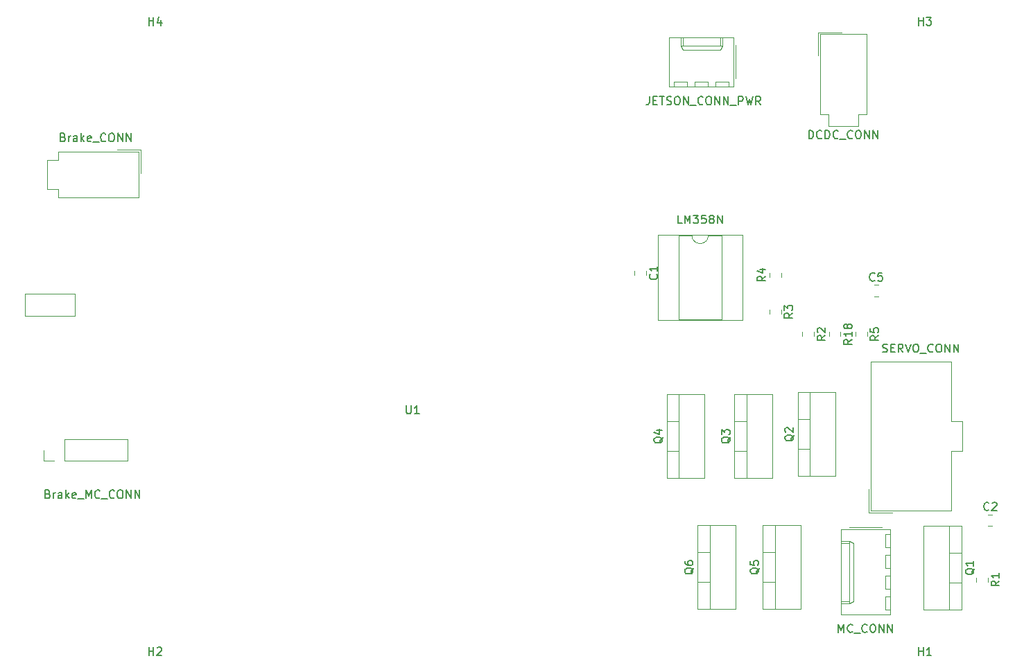
<source format=gbr>
G04 #@! TF.GenerationSoftware,KiCad,Pcbnew,(5.1.4)-1*
G04 #@! TF.CreationDate,2020-03-02T19:01:58-05:00*
G04 #@! TF.ProjectId,PCB_2020,5043425f-3230-4323-902e-6b696361645f,rev?*
G04 #@! TF.SameCoordinates,Original*
G04 #@! TF.FileFunction,Legend,Top*
G04 #@! TF.FilePolarity,Positive*
%FSLAX46Y46*%
G04 Gerber Fmt 4.6, Leading zero omitted, Abs format (unit mm)*
G04 Created by KiCad (PCBNEW (5.1.4)-1) date 2020-03-02 19:01:58*
%MOMM*%
%LPD*%
G04 APERTURE LIST*
%ADD10C,0.120000*%
%ADD11C,0.150000*%
G04 APERTURE END LIST*
D10*
X244290000Y-110238748D02*
X244290000Y-110761252D01*
X245710000Y-110238748D02*
X245710000Y-110761252D01*
X247540000Y-110238748D02*
X247540000Y-110761252D01*
X248960000Y-110238748D02*
X248960000Y-110761252D01*
X238460000Y-103511252D02*
X238460000Y-102988748D01*
X237040000Y-103511252D02*
X237040000Y-102988748D01*
X237040000Y-107488748D02*
X237040000Y-108011252D01*
X238460000Y-107488748D02*
X238460000Y-108011252D01*
X241040000Y-110238748D02*
X241040000Y-110761252D01*
X242460000Y-110238748D02*
X242460000Y-110761252D01*
X262290000Y-140238748D02*
X262290000Y-140761252D01*
X263710000Y-140238748D02*
X263710000Y-140761252D01*
X228230000Y-137109000D02*
X229740000Y-137109000D01*
X228230000Y-140810000D02*
X229740000Y-140810000D01*
X229740000Y-144080000D02*
X229740000Y-133840000D01*
X228230000Y-133840000D02*
X232871000Y-133840000D01*
X228230000Y-144080000D02*
X232871000Y-144080000D01*
X232871000Y-144080000D02*
X232871000Y-133840000D01*
X228230000Y-144080000D02*
X228230000Y-133840000D01*
X236230000Y-137109000D02*
X237740000Y-137109000D01*
X236230000Y-140810000D02*
X237740000Y-140810000D01*
X237740000Y-144080000D02*
X237740000Y-133840000D01*
X236230000Y-133840000D02*
X240871000Y-133840000D01*
X236230000Y-144080000D02*
X240871000Y-144080000D01*
X240871000Y-144080000D02*
X240871000Y-133840000D01*
X236230000Y-144080000D02*
X236230000Y-133840000D01*
X224480000Y-121109000D02*
X225990000Y-121109000D01*
X224480000Y-124810000D02*
X225990000Y-124810000D01*
X225990000Y-128080000D02*
X225990000Y-117840000D01*
X224480000Y-117840000D02*
X229121000Y-117840000D01*
X224480000Y-128080000D02*
X229121000Y-128080000D01*
X229121000Y-128080000D02*
X229121000Y-117840000D01*
X224480000Y-128080000D02*
X224480000Y-117840000D01*
X232730000Y-121109000D02*
X234240000Y-121109000D01*
X232730000Y-124810000D02*
X234240000Y-124810000D01*
X234240000Y-128080000D02*
X234240000Y-117840000D01*
X232730000Y-117840000D02*
X237371000Y-117840000D01*
X232730000Y-128080000D02*
X237371000Y-128080000D01*
X237371000Y-128080000D02*
X237371000Y-117840000D01*
X232730000Y-128080000D02*
X232730000Y-117840000D01*
X240480000Y-120859000D02*
X241990000Y-120859000D01*
X240480000Y-124560000D02*
X241990000Y-124560000D01*
X241990000Y-127830000D02*
X241990000Y-117590000D01*
X240480000Y-117590000D02*
X245121000Y-117590000D01*
X240480000Y-127830000D02*
X245121000Y-127830000D01*
X245121000Y-127830000D02*
X245121000Y-117590000D01*
X240480000Y-127830000D02*
X240480000Y-117590000D01*
X260520000Y-140891000D02*
X259010000Y-140891000D01*
X260520000Y-137190000D02*
X259010000Y-137190000D01*
X259010000Y-133920000D02*
X259010000Y-144160000D01*
X260520000Y-144160000D02*
X255879000Y-144160000D01*
X260520000Y-133920000D02*
X255879000Y-133920000D01*
X255879000Y-133920000D02*
X255879000Y-144160000D01*
X260520000Y-133920000D02*
X260520000Y-144160000D01*
X233700000Y-98360000D02*
X223420000Y-98360000D01*
X233700000Y-108760000D02*
X233700000Y-98360000D01*
X223420000Y-108760000D02*
X233700000Y-108760000D01*
X223420000Y-98360000D02*
X223420000Y-108760000D01*
X231210000Y-98420000D02*
X229560000Y-98420000D01*
X231210000Y-108700000D02*
X231210000Y-98420000D01*
X225910000Y-108700000D02*
X231210000Y-108700000D01*
X225910000Y-98420000D02*
X225910000Y-108700000D01*
X227560000Y-98420000D02*
X225910000Y-98420000D01*
X229560000Y-98420000D02*
G75*
G02X227560000Y-98420000I-1000000J0D01*
G01*
X160250000Y-87950000D02*
X157400000Y-87950000D01*
X160250000Y-90800000D02*
X160250000Y-87950000D01*
X148790000Y-92810000D02*
X148790000Y-91000000D01*
X150190000Y-92810000D02*
X148790000Y-92810000D01*
X150190000Y-93810000D02*
X150190000Y-92810000D01*
X160010000Y-93810000D02*
X150190000Y-93810000D01*
X160010000Y-91000000D02*
X160010000Y-93810000D01*
X148790000Y-89190000D02*
X148790000Y-91000000D01*
X150190000Y-89190000D02*
X148790000Y-89190000D01*
X150190000Y-88190000D02*
X150190000Y-89190000D01*
X160010000Y-88190000D02*
X150190000Y-88190000D01*
X160010000Y-91000000D02*
X160010000Y-88190000D01*
X158650000Y-125980000D02*
X158650000Y-123320000D01*
X150970000Y-125980000D02*
X158650000Y-125980000D01*
X150970000Y-123320000D02*
X158650000Y-123320000D01*
X150970000Y-125980000D02*
X150970000Y-123320000D01*
X149700000Y-125980000D02*
X148370000Y-125980000D01*
X148370000Y-125980000D02*
X148370000Y-124650000D01*
X146150000Y-108230000D02*
X152200000Y-108230000D01*
X152200000Y-108230000D02*
X152200000Y-105570000D01*
X146150000Y-105570000D02*
X152200000Y-105570000D01*
X146100000Y-105570000D02*
X146100000Y-108230000D01*
X251180000Y-144170000D02*
X251780000Y-144170000D01*
X251180000Y-142570000D02*
X251180000Y-144170000D01*
X251780000Y-142570000D02*
X251180000Y-142570000D01*
X251180000Y-141630000D02*
X251780000Y-141630000D01*
X251180000Y-140030000D02*
X251180000Y-141630000D01*
X251780000Y-140030000D02*
X251180000Y-140030000D01*
X251180000Y-139090000D02*
X251780000Y-139090000D01*
X251180000Y-137490000D02*
X251180000Y-139090000D01*
X251780000Y-137490000D02*
X251180000Y-137490000D01*
X251180000Y-136550000D02*
X251780000Y-136550000D01*
X251180000Y-134950000D02*
X251180000Y-136550000D01*
X251780000Y-134950000D02*
X251180000Y-134950000D01*
X245760000Y-143120000D02*
X246760000Y-143120000D01*
X245760000Y-136000000D02*
X246760000Y-136000000D01*
X247290000Y-143120000D02*
X246760000Y-143370000D01*
X247290000Y-136000000D02*
X247290000Y-143120000D01*
X246760000Y-135750000D02*
X247290000Y-136000000D01*
X246760000Y-143370000D02*
X245760000Y-143370000D01*
X246760000Y-135750000D02*
X246760000Y-143370000D01*
X245760000Y-135750000D02*
X246760000Y-135750000D01*
X250750000Y-134080000D02*
X246750000Y-134080000D01*
X251780000Y-144750000D02*
X251780000Y-134370000D01*
X245760000Y-144750000D02*
X251780000Y-144750000D01*
X245760000Y-134370000D02*
X245760000Y-144750000D01*
X251780000Y-134370000D02*
X245760000Y-134370000D01*
X225370000Y-79630000D02*
X225370000Y-80230000D01*
X226970000Y-79630000D02*
X225370000Y-79630000D01*
X226970000Y-80230000D02*
X226970000Y-79630000D01*
X227910000Y-79630000D02*
X227910000Y-80230000D01*
X229510000Y-79630000D02*
X227910000Y-79630000D01*
X229510000Y-80230000D02*
X229510000Y-79630000D01*
X230450000Y-79630000D02*
X230450000Y-80230000D01*
X232050000Y-79630000D02*
X230450000Y-79630000D01*
X232050000Y-80230000D02*
X232050000Y-79630000D01*
X226420000Y-74210000D02*
X226420000Y-75210000D01*
X231000000Y-74210000D02*
X231000000Y-75210000D01*
X226420000Y-75740000D02*
X226170000Y-75210000D01*
X231000000Y-75740000D02*
X226420000Y-75740000D01*
X231250000Y-75210000D02*
X231000000Y-75740000D01*
X226170000Y-75210000D02*
X226170000Y-74210000D01*
X231250000Y-75210000D02*
X226170000Y-75210000D01*
X231250000Y-74210000D02*
X231250000Y-75210000D01*
X232920000Y-79200000D02*
X232920000Y-75200000D01*
X224790000Y-80230000D02*
X232630000Y-80230000D01*
X224790000Y-74210000D02*
X224790000Y-80230000D01*
X232630000Y-74210000D02*
X224790000Y-74210000D01*
X232630000Y-80230000D02*
X232630000Y-74210000D01*
X243000000Y-73600000D02*
X243000000Y-76450000D01*
X245850000Y-73600000D02*
X243000000Y-73600000D01*
X247860000Y-85060000D02*
X246050000Y-85060000D01*
X247860000Y-83660000D02*
X247860000Y-85060000D01*
X248860000Y-83660000D02*
X247860000Y-83660000D01*
X248860000Y-73840000D02*
X248860000Y-83660000D01*
X246050000Y-73840000D02*
X248860000Y-73840000D01*
X244240000Y-85060000D02*
X246050000Y-85060000D01*
X244240000Y-83660000D02*
X244240000Y-85060000D01*
X243240000Y-83660000D02*
X244240000Y-83660000D01*
X243240000Y-73840000D02*
X243240000Y-83660000D01*
X246050000Y-73840000D02*
X243240000Y-73840000D01*
X249150000Y-132300000D02*
X252000000Y-132300000D01*
X249150000Y-129450000D02*
X249150000Y-132300000D01*
X260610000Y-121140000D02*
X260610000Y-122950000D01*
X259210000Y-121140000D02*
X260610000Y-121140000D01*
X259210000Y-113840000D02*
X259210000Y-121140000D01*
X249390000Y-113840000D02*
X259210000Y-113840000D01*
X249390000Y-122950000D02*
X249390000Y-113840000D01*
X260610000Y-124760000D02*
X260610000Y-122950000D01*
X259210000Y-124760000D02*
X260610000Y-124760000D01*
X259210000Y-132060000D02*
X259210000Y-124760000D01*
X249390000Y-132060000D02*
X259210000Y-132060000D01*
X249390000Y-122950000D02*
X249390000Y-132060000D01*
X249788748Y-105910000D02*
X250311252Y-105910000D01*
X249788748Y-104490000D02*
X250311252Y-104490000D01*
X263738748Y-133960000D02*
X264261252Y-133960000D01*
X263738748Y-132540000D02*
X264261252Y-132540000D01*
X220540000Y-102738748D02*
X220540000Y-103261252D01*
X221960000Y-102738748D02*
X221960000Y-103261252D01*
D11*
X192698095Y-119212380D02*
X192698095Y-120021904D01*
X192745714Y-120117142D01*
X192793333Y-120164761D01*
X192888571Y-120212380D01*
X193079047Y-120212380D01*
X193174285Y-120164761D01*
X193221904Y-120117142D01*
X193269523Y-120021904D01*
X193269523Y-119212380D01*
X194269523Y-120212380D02*
X193698095Y-120212380D01*
X193983809Y-120212380D02*
X193983809Y-119212380D01*
X193888571Y-119355238D01*
X193793333Y-119450476D01*
X193698095Y-119498095D01*
X247102380Y-111142857D02*
X246626190Y-111476190D01*
X247102380Y-111714285D02*
X246102380Y-111714285D01*
X246102380Y-111333333D01*
X246150000Y-111238095D01*
X246197619Y-111190476D01*
X246292857Y-111142857D01*
X246435714Y-111142857D01*
X246530952Y-111190476D01*
X246578571Y-111238095D01*
X246626190Y-111333333D01*
X246626190Y-111714285D01*
X247102380Y-110190476D02*
X247102380Y-110761904D01*
X247102380Y-110476190D02*
X246102380Y-110476190D01*
X246245238Y-110571428D01*
X246340476Y-110666666D01*
X246388095Y-110761904D01*
X246530952Y-109619047D02*
X246483333Y-109714285D01*
X246435714Y-109761904D01*
X246340476Y-109809523D01*
X246292857Y-109809523D01*
X246197619Y-109761904D01*
X246150000Y-109714285D01*
X246102380Y-109619047D01*
X246102380Y-109428571D01*
X246150000Y-109333333D01*
X246197619Y-109285714D01*
X246292857Y-109238095D01*
X246340476Y-109238095D01*
X246435714Y-109285714D01*
X246483333Y-109333333D01*
X246530952Y-109428571D01*
X246530952Y-109619047D01*
X246578571Y-109714285D01*
X246626190Y-109761904D01*
X246721428Y-109809523D01*
X246911904Y-109809523D01*
X247007142Y-109761904D01*
X247054761Y-109714285D01*
X247102380Y-109619047D01*
X247102380Y-109428571D01*
X247054761Y-109333333D01*
X247007142Y-109285714D01*
X246911904Y-109238095D01*
X246721428Y-109238095D01*
X246626190Y-109285714D01*
X246578571Y-109333333D01*
X246530952Y-109428571D01*
X250352380Y-110666666D02*
X249876190Y-111000000D01*
X250352380Y-111238095D02*
X249352380Y-111238095D01*
X249352380Y-110857142D01*
X249400000Y-110761904D01*
X249447619Y-110714285D01*
X249542857Y-110666666D01*
X249685714Y-110666666D01*
X249780952Y-110714285D01*
X249828571Y-110761904D01*
X249876190Y-110857142D01*
X249876190Y-111238095D01*
X249352380Y-109761904D02*
X249352380Y-110238095D01*
X249828571Y-110285714D01*
X249780952Y-110238095D01*
X249733333Y-110142857D01*
X249733333Y-109904761D01*
X249780952Y-109809523D01*
X249828571Y-109761904D01*
X249923809Y-109714285D01*
X250161904Y-109714285D01*
X250257142Y-109761904D01*
X250304761Y-109809523D01*
X250352380Y-109904761D01*
X250352380Y-110142857D01*
X250304761Y-110238095D01*
X250257142Y-110285714D01*
X236552380Y-103416666D02*
X236076190Y-103750000D01*
X236552380Y-103988095D02*
X235552380Y-103988095D01*
X235552380Y-103607142D01*
X235600000Y-103511904D01*
X235647619Y-103464285D01*
X235742857Y-103416666D01*
X235885714Y-103416666D01*
X235980952Y-103464285D01*
X236028571Y-103511904D01*
X236076190Y-103607142D01*
X236076190Y-103988095D01*
X235885714Y-102559523D02*
X236552380Y-102559523D01*
X235504761Y-102797619D02*
X236219047Y-103035714D01*
X236219047Y-102416666D01*
X239852380Y-107916666D02*
X239376190Y-108250000D01*
X239852380Y-108488095D02*
X238852380Y-108488095D01*
X238852380Y-108107142D01*
X238900000Y-108011904D01*
X238947619Y-107964285D01*
X239042857Y-107916666D01*
X239185714Y-107916666D01*
X239280952Y-107964285D01*
X239328571Y-108011904D01*
X239376190Y-108107142D01*
X239376190Y-108488095D01*
X238852380Y-107583333D02*
X238852380Y-106964285D01*
X239233333Y-107297619D01*
X239233333Y-107154761D01*
X239280952Y-107059523D01*
X239328571Y-107011904D01*
X239423809Y-106964285D01*
X239661904Y-106964285D01*
X239757142Y-107011904D01*
X239804761Y-107059523D01*
X239852380Y-107154761D01*
X239852380Y-107440476D01*
X239804761Y-107535714D01*
X239757142Y-107583333D01*
X243852380Y-110666666D02*
X243376190Y-111000000D01*
X243852380Y-111238095D02*
X242852380Y-111238095D01*
X242852380Y-110857142D01*
X242900000Y-110761904D01*
X242947619Y-110714285D01*
X243042857Y-110666666D01*
X243185714Y-110666666D01*
X243280952Y-110714285D01*
X243328571Y-110761904D01*
X243376190Y-110857142D01*
X243376190Y-111238095D01*
X242947619Y-110285714D02*
X242900000Y-110238095D01*
X242852380Y-110142857D01*
X242852380Y-109904761D01*
X242900000Y-109809523D01*
X242947619Y-109761904D01*
X243042857Y-109714285D01*
X243138095Y-109714285D01*
X243280952Y-109761904D01*
X243852380Y-110333333D01*
X243852380Y-109714285D01*
X265102380Y-140666666D02*
X264626190Y-141000000D01*
X265102380Y-141238095D02*
X264102380Y-141238095D01*
X264102380Y-140857142D01*
X264150000Y-140761904D01*
X264197619Y-140714285D01*
X264292857Y-140666666D01*
X264435714Y-140666666D01*
X264530952Y-140714285D01*
X264578571Y-140761904D01*
X264626190Y-140857142D01*
X264626190Y-141238095D01*
X265102380Y-139714285D02*
X265102380Y-140285714D01*
X265102380Y-140000000D02*
X264102380Y-140000000D01*
X264245238Y-140095238D01*
X264340476Y-140190476D01*
X264388095Y-140285714D01*
X227777619Y-139055238D02*
X227730000Y-139150476D01*
X227634761Y-139245714D01*
X227491904Y-139388571D01*
X227444285Y-139483809D01*
X227444285Y-139579047D01*
X227682380Y-139531428D02*
X227634761Y-139626666D01*
X227539523Y-139721904D01*
X227349047Y-139769523D01*
X227015714Y-139769523D01*
X226825238Y-139721904D01*
X226730000Y-139626666D01*
X226682380Y-139531428D01*
X226682380Y-139340952D01*
X226730000Y-139245714D01*
X226825238Y-139150476D01*
X227015714Y-139102857D01*
X227349047Y-139102857D01*
X227539523Y-139150476D01*
X227634761Y-139245714D01*
X227682380Y-139340952D01*
X227682380Y-139531428D01*
X226682380Y-138245714D02*
X226682380Y-138436190D01*
X226730000Y-138531428D01*
X226777619Y-138579047D01*
X226920476Y-138674285D01*
X227110952Y-138721904D01*
X227491904Y-138721904D01*
X227587142Y-138674285D01*
X227634761Y-138626666D01*
X227682380Y-138531428D01*
X227682380Y-138340952D01*
X227634761Y-138245714D01*
X227587142Y-138198095D01*
X227491904Y-138150476D01*
X227253809Y-138150476D01*
X227158571Y-138198095D01*
X227110952Y-138245714D01*
X227063333Y-138340952D01*
X227063333Y-138531428D01*
X227110952Y-138626666D01*
X227158571Y-138674285D01*
X227253809Y-138721904D01*
X235777619Y-139055238D02*
X235730000Y-139150476D01*
X235634761Y-139245714D01*
X235491904Y-139388571D01*
X235444285Y-139483809D01*
X235444285Y-139579047D01*
X235682380Y-139531428D02*
X235634761Y-139626666D01*
X235539523Y-139721904D01*
X235349047Y-139769523D01*
X235015714Y-139769523D01*
X234825238Y-139721904D01*
X234730000Y-139626666D01*
X234682380Y-139531428D01*
X234682380Y-139340952D01*
X234730000Y-139245714D01*
X234825238Y-139150476D01*
X235015714Y-139102857D01*
X235349047Y-139102857D01*
X235539523Y-139150476D01*
X235634761Y-139245714D01*
X235682380Y-139340952D01*
X235682380Y-139531428D01*
X234682380Y-138198095D02*
X234682380Y-138674285D01*
X235158571Y-138721904D01*
X235110952Y-138674285D01*
X235063333Y-138579047D01*
X235063333Y-138340952D01*
X235110952Y-138245714D01*
X235158571Y-138198095D01*
X235253809Y-138150476D01*
X235491904Y-138150476D01*
X235587142Y-138198095D01*
X235634761Y-138245714D01*
X235682380Y-138340952D01*
X235682380Y-138579047D01*
X235634761Y-138674285D01*
X235587142Y-138721904D01*
X224027619Y-123055238D02*
X223980000Y-123150476D01*
X223884761Y-123245714D01*
X223741904Y-123388571D01*
X223694285Y-123483809D01*
X223694285Y-123579047D01*
X223932380Y-123531428D02*
X223884761Y-123626666D01*
X223789523Y-123721904D01*
X223599047Y-123769523D01*
X223265714Y-123769523D01*
X223075238Y-123721904D01*
X222980000Y-123626666D01*
X222932380Y-123531428D01*
X222932380Y-123340952D01*
X222980000Y-123245714D01*
X223075238Y-123150476D01*
X223265714Y-123102857D01*
X223599047Y-123102857D01*
X223789523Y-123150476D01*
X223884761Y-123245714D01*
X223932380Y-123340952D01*
X223932380Y-123531428D01*
X223265714Y-122245714D02*
X223932380Y-122245714D01*
X222884761Y-122483809D02*
X223599047Y-122721904D01*
X223599047Y-122102857D01*
X232277619Y-123055238D02*
X232230000Y-123150476D01*
X232134761Y-123245714D01*
X231991904Y-123388571D01*
X231944285Y-123483809D01*
X231944285Y-123579047D01*
X232182380Y-123531428D02*
X232134761Y-123626666D01*
X232039523Y-123721904D01*
X231849047Y-123769523D01*
X231515714Y-123769523D01*
X231325238Y-123721904D01*
X231230000Y-123626666D01*
X231182380Y-123531428D01*
X231182380Y-123340952D01*
X231230000Y-123245714D01*
X231325238Y-123150476D01*
X231515714Y-123102857D01*
X231849047Y-123102857D01*
X232039523Y-123150476D01*
X232134761Y-123245714D01*
X232182380Y-123340952D01*
X232182380Y-123531428D01*
X231182380Y-122769523D02*
X231182380Y-122150476D01*
X231563333Y-122483809D01*
X231563333Y-122340952D01*
X231610952Y-122245714D01*
X231658571Y-122198095D01*
X231753809Y-122150476D01*
X231991904Y-122150476D01*
X232087142Y-122198095D01*
X232134761Y-122245714D01*
X232182380Y-122340952D01*
X232182380Y-122626666D01*
X232134761Y-122721904D01*
X232087142Y-122769523D01*
X240027619Y-122805238D02*
X239980000Y-122900476D01*
X239884761Y-122995714D01*
X239741904Y-123138571D01*
X239694285Y-123233809D01*
X239694285Y-123329047D01*
X239932380Y-123281428D02*
X239884761Y-123376666D01*
X239789523Y-123471904D01*
X239599047Y-123519523D01*
X239265714Y-123519523D01*
X239075238Y-123471904D01*
X238980000Y-123376666D01*
X238932380Y-123281428D01*
X238932380Y-123090952D01*
X238980000Y-122995714D01*
X239075238Y-122900476D01*
X239265714Y-122852857D01*
X239599047Y-122852857D01*
X239789523Y-122900476D01*
X239884761Y-122995714D01*
X239932380Y-123090952D01*
X239932380Y-123281428D01*
X239027619Y-122471904D02*
X238980000Y-122424285D01*
X238932380Y-122329047D01*
X238932380Y-122090952D01*
X238980000Y-121995714D01*
X239027619Y-121948095D01*
X239122857Y-121900476D01*
X239218095Y-121900476D01*
X239360952Y-121948095D01*
X239932380Y-122519523D01*
X239932380Y-121900476D01*
X262067619Y-139135238D02*
X262020000Y-139230476D01*
X261924761Y-139325714D01*
X261781904Y-139468571D01*
X261734285Y-139563809D01*
X261734285Y-139659047D01*
X261972380Y-139611428D02*
X261924761Y-139706666D01*
X261829523Y-139801904D01*
X261639047Y-139849523D01*
X261305714Y-139849523D01*
X261115238Y-139801904D01*
X261020000Y-139706666D01*
X260972380Y-139611428D01*
X260972380Y-139420952D01*
X261020000Y-139325714D01*
X261115238Y-139230476D01*
X261305714Y-139182857D01*
X261639047Y-139182857D01*
X261829523Y-139230476D01*
X261924761Y-139325714D01*
X261972380Y-139420952D01*
X261972380Y-139611428D01*
X261972380Y-138230476D02*
X261972380Y-138801904D01*
X261972380Y-138516190D02*
X260972380Y-138516190D01*
X261115238Y-138611428D01*
X261210476Y-138706666D01*
X261258095Y-138801904D01*
X226345714Y-96952380D02*
X225869523Y-96952380D01*
X225869523Y-95952380D01*
X226679047Y-96952380D02*
X226679047Y-95952380D01*
X227012380Y-96666666D01*
X227345714Y-95952380D01*
X227345714Y-96952380D01*
X227726666Y-95952380D02*
X228345714Y-95952380D01*
X228012380Y-96333333D01*
X228155238Y-96333333D01*
X228250476Y-96380952D01*
X228298095Y-96428571D01*
X228345714Y-96523809D01*
X228345714Y-96761904D01*
X228298095Y-96857142D01*
X228250476Y-96904761D01*
X228155238Y-96952380D01*
X227869523Y-96952380D01*
X227774285Y-96904761D01*
X227726666Y-96857142D01*
X229250476Y-95952380D02*
X228774285Y-95952380D01*
X228726666Y-96428571D01*
X228774285Y-96380952D01*
X228869523Y-96333333D01*
X229107619Y-96333333D01*
X229202857Y-96380952D01*
X229250476Y-96428571D01*
X229298095Y-96523809D01*
X229298095Y-96761904D01*
X229250476Y-96857142D01*
X229202857Y-96904761D01*
X229107619Y-96952380D01*
X228869523Y-96952380D01*
X228774285Y-96904761D01*
X228726666Y-96857142D01*
X229869523Y-96380952D02*
X229774285Y-96333333D01*
X229726666Y-96285714D01*
X229679047Y-96190476D01*
X229679047Y-96142857D01*
X229726666Y-96047619D01*
X229774285Y-96000000D01*
X229869523Y-95952380D01*
X230060000Y-95952380D01*
X230155238Y-96000000D01*
X230202857Y-96047619D01*
X230250476Y-96142857D01*
X230250476Y-96190476D01*
X230202857Y-96285714D01*
X230155238Y-96333333D01*
X230060000Y-96380952D01*
X229869523Y-96380952D01*
X229774285Y-96428571D01*
X229726666Y-96476190D01*
X229679047Y-96571428D01*
X229679047Y-96761904D01*
X229726666Y-96857142D01*
X229774285Y-96904761D01*
X229869523Y-96952380D01*
X230060000Y-96952380D01*
X230155238Y-96904761D01*
X230202857Y-96857142D01*
X230250476Y-96761904D01*
X230250476Y-96571428D01*
X230202857Y-96476190D01*
X230155238Y-96428571D01*
X230060000Y-96380952D01*
X230679047Y-96952380D02*
X230679047Y-95952380D01*
X231250476Y-96952380D01*
X231250476Y-95952380D01*
X161238095Y-72752380D02*
X161238095Y-71752380D01*
X161238095Y-72228571D02*
X161809523Y-72228571D01*
X161809523Y-72752380D02*
X161809523Y-71752380D01*
X162714285Y-72085714D02*
X162714285Y-72752380D01*
X162476190Y-71704761D02*
X162238095Y-72419047D01*
X162857142Y-72419047D01*
X255238095Y-72752380D02*
X255238095Y-71752380D01*
X255238095Y-72228571D02*
X255809523Y-72228571D01*
X255809523Y-72752380D02*
X255809523Y-71752380D01*
X256190476Y-71752380D02*
X256809523Y-71752380D01*
X256476190Y-72133333D01*
X256619047Y-72133333D01*
X256714285Y-72180952D01*
X256761904Y-72228571D01*
X256809523Y-72323809D01*
X256809523Y-72561904D01*
X256761904Y-72657142D01*
X256714285Y-72704761D01*
X256619047Y-72752380D01*
X256333333Y-72752380D01*
X256238095Y-72704761D01*
X256190476Y-72657142D01*
X161238095Y-149752380D02*
X161238095Y-148752380D01*
X161238095Y-149228571D02*
X161809523Y-149228571D01*
X161809523Y-149752380D02*
X161809523Y-148752380D01*
X162238095Y-148847619D02*
X162285714Y-148800000D01*
X162380952Y-148752380D01*
X162619047Y-148752380D01*
X162714285Y-148800000D01*
X162761904Y-148847619D01*
X162809523Y-148942857D01*
X162809523Y-149038095D01*
X162761904Y-149180952D01*
X162190476Y-149752380D01*
X162809523Y-149752380D01*
X255238095Y-149752380D02*
X255238095Y-148752380D01*
X255238095Y-149228571D02*
X255809523Y-149228571D01*
X255809523Y-149752380D02*
X255809523Y-148752380D01*
X256809523Y-149752380D02*
X256238095Y-149752380D01*
X256523809Y-149752380D02*
X256523809Y-148752380D01*
X256428571Y-148895238D01*
X256333333Y-148990476D01*
X256238095Y-149038095D01*
X150773809Y-86428571D02*
X150916666Y-86476190D01*
X150964285Y-86523809D01*
X151011904Y-86619047D01*
X151011904Y-86761904D01*
X150964285Y-86857142D01*
X150916666Y-86904761D01*
X150821428Y-86952380D01*
X150440476Y-86952380D01*
X150440476Y-85952380D01*
X150773809Y-85952380D01*
X150869047Y-86000000D01*
X150916666Y-86047619D01*
X150964285Y-86142857D01*
X150964285Y-86238095D01*
X150916666Y-86333333D01*
X150869047Y-86380952D01*
X150773809Y-86428571D01*
X150440476Y-86428571D01*
X151440476Y-86952380D02*
X151440476Y-86285714D01*
X151440476Y-86476190D02*
X151488095Y-86380952D01*
X151535714Y-86333333D01*
X151630952Y-86285714D01*
X151726190Y-86285714D01*
X152488095Y-86952380D02*
X152488095Y-86428571D01*
X152440476Y-86333333D01*
X152345238Y-86285714D01*
X152154761Y-86285714D01*
X152059523Y-86333333D01*
X152488095Y-86904761D02*
X152392857Y-86952380D01*
X152154761Y-86952380D01*
X152059523Y-86904761D01*
X152011904Y-86809523D01*
X152011904Y-86714285D01*
X152059523Y-86619047D01*
X152154761Y-86571428D01*
X152392857Y-86571428D01*
X152488095Y-86523809D01*
X152964285Y-86952380D02*
X152964285Y-85952380D01*
X153059523Y-86571428D02*
X153345238Y-86952380D01*
X153345238Y-86285714D02*
X152964285Y-86666666D01*
X154154761Y-86904761D02*
X154059523Y-86952380D01*
X153869047Y-86952380D01*
X153773809Y-86904761D01*
X153726190Y-86809523D01*
X153726190Y-86428571D01*
X153773809Y-86333333D01*
X153869047Y-86285714D01*
X154059523Y-86285714D01*
X154154761Y-86333333D01*
X154202380Y-86428571D01*
X154202380Y-86523809D01*
X153726190Y-86619047D01*
X154392857Y-87047619D02*
X155154761Y-87047619D01*
X155964285Y-86857142D02*
X155916666Y-86904761D01*
X155773809Y-86952380D01*
X155678571Y-86952380D01*
X155535714Y-86904761D01*
X155440476Y-86809523D01*
X155392857Y-86714285D01*
X155345238Y-86523809D01*
X155345238Y-86380952D01*
X155392857Y-86190476D01*
X155440476Y-86095238D01*
X155535714Y-86000000D01*
X155678571Y-85952380D01*
X155773809Y-85952380D01*
X155916666Y-86000000D01*
X155964285Y-86047619D01*
X156583333Y-85952380D02*
X156773809Y-85952380D01*
X156869047Y-86000000D01*
X156964285Y-86095238D01*
X157011904Y-86285714D01*
X157011904Y-86619047D01*
X156964285Y-86809523D01*
X156869047Y-86904761D01*
X156773809Y-86952380D01*
X156583333Y-86952380D01*
X156488095Y-86904761D01*
X156392857Y-86809523D01*
X156345238Y-86619047D01*
X156345238Y-86285714D01*
X156392857Y-86095238D01*
X156488095Y-86000000D01*
X156583333Y-85952380D01*
X157440476Y-86952380D02*
X157440476Y-85952380D01*
X158011904Y-86952380D01*
X158011904Y-85952380D01*
X158488095Y-86952380D02*
X158488095Y-85952380D01*
X159059523Y-86952380D01*
X159059523Y-85952380D01*
X148921428Y-130028571D02*
X149064285Y-130076190D01*
X149111904Y-130123809D01*
X149159523Y-130219047D01*
X149159523Y-130361904D01*
X149111904Y-130457142D01*
X149064285Y-130504761D01*
X148969047Y-130552380D01*
X148588095Y-130552380D01*
X148588095Y-129552380D01*
X148921428Y-129552380D01*
X149016666Y-129600000D01*
X149064285Y-129647619D01*
X149111904Y-129742857D01*
X149111904Y-129838095D01*
X149064285Y-129933333D01*
X149016666Y-129980952D01*
X148921428Y-130028571D01*
X148588095Y-130028571D01*
X149588095Y-130552380D02*
X149588095Y-129885714D01*
X149588095Y-130076190D02*
X149635714Y-129980952D01*
X149683333Y-129933333D01*
X149778571Y-129885714D01*
X149873809Y-129885714D01*
X150635714Y-130552380D02*
X150635714Y-130028571D01*
X150588095Y-129933333D01*
X150492857Y-129885714D01*
X150302380Y-129885714D01*
X150207142Y-129933333D01*
X150635714Y-130504761D02*
X150540476Y-130552380D01*
X150302380Y-130552380D01*
X150207142Y-130504761D01*
X150159523Y-130409523D01*
X150159523Y-130314285D01*
X150207142Y-130219047D01*
X150302380Y-130171428D01*
X150540476Y-130171428D01*
X150635714Y-130123809D01*
X151111904Y-130552380D02*
X151111904Y-129552380D01*
X151207142Y-130171428D02*
X151492857Y-130552380D01*
X151492857Y-129885714D02*
X151111904Y-130266666D01*
X152302380Y-130504761D02*
X152207142Y-130552380D01*
X152016666Y-130552380D01*
X151921428Y-130504761D01*
X151873809Y-130409523D01*
X151873809Y-130028571D01*
X151921428Y-129933333D01*
X152016666Y-129885714D01*
X152207142Y-129885714D01*
X152302380Y-129933333D01*
X152350000Y-130028571D01*
X152350000Y-130123809D01*
X151873809Y-130219047D01*
X152540476Y-130647619D02*
X153302380Y-130647619D01*
X153540476Y-130552380D02*
X153540476Y-129552380D01*
X153873809Y-130266666D01*
X154207142Y-129552380D01*
X154207142Y-130552380D01*
X155254761Y-130457142D02*
X155207142Y-130504761D01*
X155064285Y-130552380D01*
X154969047Y-130552380D01*
X154826190Y-130504761D01*
X154730952Y-130409523D01*
X154683333Y-130314285D01*
X154635714Y-130123809D01*
X154635714Y-129980952D01*
X154683333Y-129790476D01*
X154730952Y-129695238D01*
X154826190Y-129600000D01*
X154969047Y-129552380D01*
X155064285Y-129552380D01*
X155207142Y-129600000D01*
X155254761Y-129647619D01*
X155445238Y-130647619D02*
X156207142Y-130647619D01*
X157016666Y-130457142D02*
X156969047Y-130504761D01*
X156826190Y-130552380D01*
X156730952Y-130552380D01*
X156588095Y-130504761D01*
X156492857Y-130409523D01*
X156445238Y-130314285D01*
X156397619Y-130123809D01*
X156397619Y-129980952D01*
X156445238Y-129790476D01*
X156492857Y-129695238D01*
X156588095Y-129600000D01*
X156730952Y-129552380D01*
X156826190Y-129552380D01*
X156969047Y-129600000D01*
X157016666Y-129647619D01*
X157635714Y-129552380D02*
X157826190Y-129552380D01*
X157921428Y-129600000D01*
X158016666Y-129695238D01*
X158064285Y-129885714D01*
X158064285Y-130219047D01*
X158016666Y-130409523D01*
X157921428Y-130504761D01*
X157826190Y-130552380D01*
X157635714Y-130552380D01*
X157540476Y-130504761D01*
X157445238Y-130409523D01*
X157397619Y-130219047D01*
X157397619Y-129885714D01*
X157445238Y-129695238D01*
X157540476Y-129600000D01*
X157635714Y-129552380D01*
X158492857Y-130552380D02*
X158492857Y-129552380D01*
X159064285Y-130552380D01*
X159064285Y-129552380D01*
X159540476Y-130552380D02*
X159540476Y-129552380D01*
X160111904Y-130552380D01*
X160111904Y-129552380D01*
X245464285Y-146952380D02*
X245464285Y-145952380D01*
X245797619Y-146666666D01*
X246130952Y-145952380D01*
X246130952Y-146952380D01*
X247178571Y-146857142D02*
X247130952Y-146904761D01*
X246988095Y-146952380D01*
X246892857Y-146952380D01*
X246750000Y-146904761D01*
X246654761Y-146809523D01*
X246607142Y-146714285D01*
X246559523Y-146523809D01*
X246559523Y-146380952D01*
X246607142Y-146190476D01*
X246654761Y-146095238D01*
X246750000Y-146000000D01*
X246892857Y-145952380D01*
X246988095Y-145952380D01*
X247130952Y-146000000D01*
X247178571Y-146047619D01*
X247369047Y-147047619D02*
X248130952Y-147047619D01*
X248940476Y-146857142D02*
X248892857Y-146904761D01*
X248750000Y-146952380D01*
X248654761Y-146952380D01*
X248511904Y-146904761D01*
X248416666Y-146809523D01*
X248369047Y-146714285D01*
X248321428Y-146523809D01*
X248321428Y-146380952D01*
X248369047Y-146190476D01*
X248416666Y-146095238D01*
X248511904Y-146000000D01*
X248654761Y-145952380D01*
X248750000Y-145952380D01*
X248892857Y-146000000D01*
X248940476Y-146047619D01*
X249559523Y-145952380D02*
X249750000Y-145952380D01*
X249845238Y-146000000D01*
X249940476Y-146095238D01*
X249988095Y-146285714D01*
X249988095Y-146619047D01*
X249940476Y-146809523D01*
X249845238Y-146904761D01*
X249750000Y-146952380D01*
X249559523Y-146952380D01*
X249464285Y-146904761D01*
X249369047Y-146809523D01*
X249321428Y-146619047D01*
X249321428Y-146285714D01*
X249369047Y-146095238D01*
X249464285Y-146000000D01*
X249559523Y-145952380D01*
X250416666Y-146952380D02*
X250416666Y-145952380D01*
X250988095Y-146952380D01*
X250988095Y-145952380D01*
X251464285Y-146952380D02*
X251464285Y-145952380D01*
X252035714Y-146952380D01*
X252035714Y-145952380D01*
X222380952Y-81452380D02*
X222380952Y-82166666D01*
X222333333Y-82309523D01*
X222238095Y-82404761D01*
X222095238Y-82452380D01*
X222000000Y-82452380D01*
X222857142Y-81928571D02*
X223190476Y-81928571D01*
X223333333Y-82452380D02*
X222857142Y-82452380D01*
X222857142Y-81452380D01*
X223333333Y-81452380D01*
X223619047Y-81452380D02*
X224190476Y-81452380D01*
X223904761Y-82452380D02*
X223904761Y-81452380D01*
X224476190Y-82404761D02*
X224619047Y-82452380D01*
X224857142Y-82452380D01*
X224952380Y-82404761D01*
X225000000Y-82357142D01*
X225047619Y-82261904D01*
X225047619Y-82166666D01*
X225000000Y-82071428D01*
X224952380Y-82023809D01*
X224857142Y-81976190D01*
X224666666Y-81928571D01*
X224571428Y-81880952D01*
X224523809Y-81833333D01*
X224476190Y-81738095D01*
X224476190Y-81642857D01*
X224523809Y-81547619D01*
X224571428Y-81500000D01*
X224666666Y-81452380D01*
X224904761Y-81452380D01*
X225047619Y-81500000D01*
X225666666Y-81452380D02*
X225857142Y-81452380D01*
X225952380Y-81500000D01*
X226047619Y-81595238D01*
X226095238Y-81785714D01*
X226095238Y-82119047D01*
X226047619Y-82309523D01*
X225952380Y-82404761D01*
X225857142Y-82452380D01*
X225666666Y-82452380D01*
X225571428Y-82404761D01*
X225476190Y-82309523D01*
X225428571Y-82119047D01*
X225428571Y-81785714D01*
X225476190Y-81595238D01*
X225571428Y-81500000D01*
X225666666Y-81452380D01*
X226523809Y-82452380D02*
X226523809Y-81452380D01*
X227095238Y-82452380D01*
X227095238Y-81452380D01*
X227333333Y-82547619D02*
X228095238Y-82547619D01*
X228904761Y-82357142D02*
X228857142Y-82404761D01*
X228714285Y-82452380D01*
X228619047Y-82452380D01*
X228476190Y-82404761D01*
X228380952Y-82309523D01*
X228333333Y-82214285D01*
X228285714Y-82023809D01*
X228285714Y-81880952D01*
X228333333Y-81690476D01*
X228380952Y-81595238D01*
X228476190Y-81500000D01*
X228619047Y-81452380D01*
X228714285Y-81452380D01*
X228857142Y-81500000D01*
X228904761Y-81547619D01*
X229523809Y-81452380D02*
X229714285Y-81452380D01*
X229809523Y-81500000D01*
X229904761Y-81595238D01*
X229952380Y-81785714D01*
X229952380Y-82119047D01*
X229904761Y-82309523D01*
X229809523Y-82404761D01*
X229714285Y-82452380D01*
X229523809Y-82452380D01*
X229428571Y-82404761D01*
X229333333Y-82309523D01*
X229285714Y-82119047D01*
X229285714Y-81785714D01*
X229333333Y-81595238D01*
X229428571Y-81500000D01*
X229523809Y-81452380D01*
X230380952Y-82452380D02*
X230380952Y-81452380D01*
X230952380Y-82452380D01*
X230952380Y-81452380D01*
X231428571Y-82452380D02*
X231428571Y-81452380D01*
X232000000Y-82452380D01*
X232000000Y-81452380D01*
X232238095Y-82547619D02*
X233000000Y-82547619D01*
X233238095Y-82452380D02*
X233238095Y-81452380D01*
X233619047Y-81452380D01*
X233714285Y-81500000D01*
X233761904Y-81547619D01*
X233809523Y-81642857D01*
X233809523Y-81785714D01*
X233761904Y-81880952D01*
X233714285Y-81928571D01*
X233619047Y-81976190D01*
X233238095Y-81976190D01*
X234142857Y-81452380D02*
X234380952Y-82452380D01*
X234571428Y-81738095D01*
X234761904Y-82452380D01*
X235000000Y-81452380D01*
X235952380Y-82452380D02*
X235619047Y-81976190D01*
X235380952Y-82452380D02*
X235380952Y-81452380D01*
X235761904Y-81452380D01*
X235857142Y-81500000D01*
X235904761Y-81547619D01*
X235952380Y-81642857D01*
X235952380Y-81785714D01*
X235904761Y-81880952D01*
X235857142Y-81928571D01*
X235761904Y-81976190D01*
X235380952Y-81976190D01*
X241835714Y-86602380D02*
X241835714Y-85602380D01*
X242073809Y-85602380D01*
X242216666Y-85650000D01*
X242311904Y-85745238D01*
X242359523Y-85840476D01*
X242407142Y-86030952D01*
X242407142Y-86173809D01*
X242359523Y-86364285D01*
X242311904Y-86459523D01*
X242216666Y-86554761D01*
X242073809Y-86602380D01*
X241835714Y-86602380D01*
X243407142Y-86507142D02*
X243359523Y-86554761D01*
X243216666Y-86602380D01*
X243121428Y-86602380D01*
X242978571Y-86554761D01*
X242883333Y-86459523D01*
X242835714Y-86364285D01*
X242788095Y-86173809D01*
X242788095Y-86030952D01*
X242835714Y-85840476D01*
X242883333Y-85745238D01*
X242978571Y-85650000D01*
X243121428Y-85602380D01*
X243216666Y-85602380D01*
X243359523Y-85650000D01*
X243407142Y-85697619D01*
X243835714Y-86602380D02*
X243835714Y-85602380D01*
X244073809Y-85602380D01*
X244216666Y-85650000D01*
X244311904Y-85745238D01*
X244359523Y-85840476D01*
X244407142Y-86030952D01*
X244407142Y-86173809D01*
X244359523Y-86364285D01*
X244311904Y-86459523D01*
X244216666Y-86554761D01*
X244073809Y-86602380D01*
X243835714Y-86602380D01*
X245407142Y-86507142D02*
X245359523Y-86554761D01*
X245216666Y-86602380D01*
X245121428Y-86602380D01*
X244978571Y-86554761D01*
X244883333Y-86459523D01*
X244835714Y-86364285D01*
X244788095Y-86173809D01*
X244788095Y-86030952D01*
X244835714Y-85840476D01*
X244883333Y-85745238D01*
X244978571Y-85650000D01*
X245121428Y-85602380D01*
X245216666Y-85602380D01*
X245359523Y-85650000D01*
X245407142Y-85697619D01*
X245597619Y-86697619D02*
X246359523Y-86697619D01*
X247169047Y-86507142D02*
X247121428Y-86554761D01*
X246978571Y-86602380D01*
X246883333Y-86602380D01*
X246740476Y-86554761D01*
X246645238Y-86459523D01*
X246597619Y-86364285D01*
X246550000Y-86173809D01*
X246550000Y-86030952D01*
X246597619Y-85840476D01*
X246645238Y-85745238D01*
X246740476Y-85650000D01*
X246883333Y-85602380D01*
X246978571Y-85602380D01*
X247121428Y-85650000D01*
X247169047Y-85697619D01*
X247788095Y-85602380D02*
X247978571Y-85602380D01*
X248073809Y-85650000D01*
X248169047Y-85745238D01*
X248216666Y-85935714D01*
X248216666Y-86269047D01*
X248169047Y-86459523D01*
X248073809Y-86554761D01*
X247978571Y-86602380D01*
X247788095Y-86602380D01*
X247692857Y-86554761D01*
X247597619Y-86459523D01*
X247550000Y-86269047D01*
X247550000Y-85935714D01*
X247597619Y-85745238D01*
X247692857Y-85650000D01*
X247788095Y-85602380D01*
X248645238Y-86602380D02*
X248645238Y-85602380D01*
X249216666Y-86602380D01*
X249216666Y-85602380D01*
X249692857Y-86602380D02*
X249692857Y-85602380D01*
X250264285Y-86602380D01*
X250264285Y-85602380D01*
X250857142Y-112654761D02*
X251000000Y-112702380D01*
X251238095Y-112702380D01*
X251333333Y-112654761D01*
X251380952Y-112607142D01*
X251428571Y-112511904D01*
X251428571Y-112416666D01*
X251380952Y-112321428D01*
X251333333Y-112273809D01*
X251238095Y-112226190D01*
X251047619Y-112178571D01*
X250952380Y-112130952D01*
X250904761Y-112083333D01*
X250857142Y-111988095D01*
X250857142Y-111892857D01*
X250904761Y-111797619D01*
X250952380Y-111750000D01*
X251047619Y-111702380D01*
X251285714Y-111702380D01*
X251428571Y-111750000D01*
X251857142Y-112178571D02*
X252190476Y-112178571D01*
X252333333Y-112702380D02*
X251857142Y-112702380D01*
X251857142Y-111702380D01*
X252333333Y-111702380D01*
X253333333Y-112702380D02*
X253000000Y-112226190D01*
X252761904Y-112702380D02*
X252761904Y-111702380D01*
X253142857Y-111702380D01*
X253238095Y-111750000D01*
X253285714Y-111797619D01*
X253333333Y-111892857D01*
X253333333Y-112035714D01*
X253285714Y-112130952D01*
X253238095Y-112178571D01*
X253142857Y-112226190D01*
X252761904Y-112226190D01*
X253619047Y-111702380D02*
X253952380Y-112702380D01*
X254285714Y-111702380D01*
X254809523Y-111702380D02*
X255000000Y-111702380D01*
X255095238Y-111750000D01*
X255190476Y-111845238D01*
X255238095Y-112035714D01*
X255238095Y-112369047D01*
X255190476Y-112559523D01*
X255095238Y-112654761D01*
X255000000Y-112702380D01*
X254809523Y-112702380D01*
X254714285Y-112654761D01*
X254619047Y-112559523D01*
X254571428Y-112369047D01*
X254571428Y-112035714D01*
X254619047Y-111845238D01*
X254714285Y-111750000D01*
X254809523Y-111702380D01*
X255428571Y-112797619D02*
X256190476Y-112797619D01*
X257000000Y-112607142D02*
X256952380Y-112654761D01*
X256809523Y-112702380D01*
X256714285Y-112702380D01*
X256571428Y-112654761D01*
X256476190Y-112559523D01*
X256428571Y-112464285D01*
X256380952Y-112273809D01*
X256380952Y-112130952D01*
X256428571Y-111940476D01*
X256476190Y-111845238D01*
X256571428Y-111750000D01*
X256714285Y-111702380D01*
X256809523Y-111702380D01*
X256952380Y-111750000D01*
X257000000Y-111797619D01*
X257619047Y-111702380D02*
X257809523Y-111702380D01*
X257904761Y-111750000D01*
X258000000Y-111845238D01*
X258047619Y-112035714D01*
X258047619Y-112369047D01*
X258000000Y-112559523D01*
X257904761Y-112654761D01*
X257809523Y-112702380D01*
X257619047Y-112702380D01*
X257523809Y-112654761D01*
X257428571Y-112559523D01*
X257380952Y-112369047D01*
X257380952Y-112035714D01*
X257428571Y-111845238D01*
X257523809Y-111750000D01*
X257619047Y-111702380D01*
X258476190Y-112702380D02*
X258476190Y-111702380D01*
X259047619Y-112702380D01*
X259047619Y-111702380D01*
X259523809Y-112702380D02*
X259523809Y-111702380D01*
X260095238Y-112702380D01*
X260095238Y-111702380D01*
X249883333Y-103907142D02*
X249835714Y-103954761D01*
X249692857Y-104002380D01*
X249597619Y-104002380D01*
X249454761Y-103954761D01*
X249359523Y-103859523D01*
X249311904Y-103764285D01*
X249264285Y-103573809D01*
X249264285Y-103430952D01*
X249311904Y-103240476D01*
X249359523Y-103145238D01*
X249454761Y-103050000D01*
X249597619Y-103002380D01*
X249692857Y-103002380D01*
X249835714Y-103050000D01*
X249883333Y-103097619D01*
X250788095Y-103002380D02*
X250311904Y-103002380D01*
X250264285Y-103478571D01*
X250311904Y-103430952D01*
X250407142Y-103383333D01*
X250645238Y-103383333D01*
X250740476Y-103430952D01*
X250788095Y-103478571D01*
X250835714Y-103573809D01*
X250835714Y-103811904D01*
X250788095Y-103907142D01*
X250740476Y-103954761D01*
X250645238Y-104002380D01*
X250407142Y-104002380D01*
X250311904Y-103954761D01*
X250264285Y-103907142D01*
X263833333Y-131957142D02*
X263785714Y-132004761D01*
X263642857Y-132052380D01*
X263547619Y-132052380D01*
X263404761Y-132004761D01*
X263309523Y-131909523D01*
X263261904Y-131814285D01*
X263214285Y-131623809D01*
X263214285Y-131480952D01*
X263261904Y-131290476D01*
X263309523Y-131195238D01*
X263404761Y-131100000D01*
X263547619Y-131052380D01*
X263642857Y-131052380D01*
X263785714Y-131100000D01*
X263833333Y-131147619D01*
X264214285Y-131147619D02*
X264261904Y-131100000D01*
X264357142Y-131052380D01*
X264595238Y-131052380D01*
X264690476Y-131100000D01*
X264738095Y-131147619D01*
X264785714Y-131242857D01*
X264785714Y-131338095D01*
X264738095Y-131480952D01*
X264166666Y-132052380D01*
X264785714Y-132052380D01*
X223257142Y-103166666D02*
X223304761Y-103214285D01*
X223352380Y-103357142D01*
X223352380Y-103452380D01*
X223304761Y-103595238D01*
X223209523Y-103690476D01*
X223114285Y-103738095D01*
X222923809Y-103785714D01*
X222780952Y-103785714D01*
X222590476Y-103738095D01*
X222495238Y-103690476D01*
X222400000Y-103595238D01*
X222352380Y-103452380D01*
X222352380Y-103357142D01*
X222400000Y-103214285D01*
X222447619Y-103166666D01*
X223352380Y-102214285D02*
X223352380Y-102785714D01*
X223352380Y-102500000D02*
X222352380Y-102500000D01*
X222495238Y-102595238D01*
X222590476Y-102690476D01*
X222638095Y-102785714D01*
M02*

</source>
